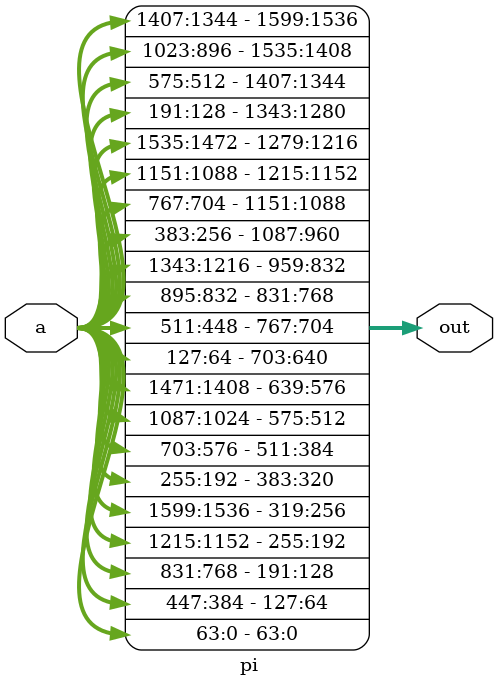
<source format=sv>
`timescale 1ns/1ps
module testbench(a, out);
    input[1600:1] a;
    output[1600:1] out;

    pi pi (a, out);
    initial begin
        $dumpfile("dump.vcd");
        $dumpvars(1);
    end
endmodule

module pi(a, out);
    input[1599:0] a;
    output[1599:0] out;

    genvar x,y;
    generate
        for (x = 0; x < 5; x = x+1) begin: loop1
            for (y = 0; y < 5; y = y+1) begin: loop2
                assign out[320*y + 64*x + 63 : 320*y + 64*x] = a[320*x + 64*( (x+3*y)%5 ) + 63 : 320*x + 64*( (x+3*y)%5 )];
            end
        end
    endgenerate
endmodule

</source>
